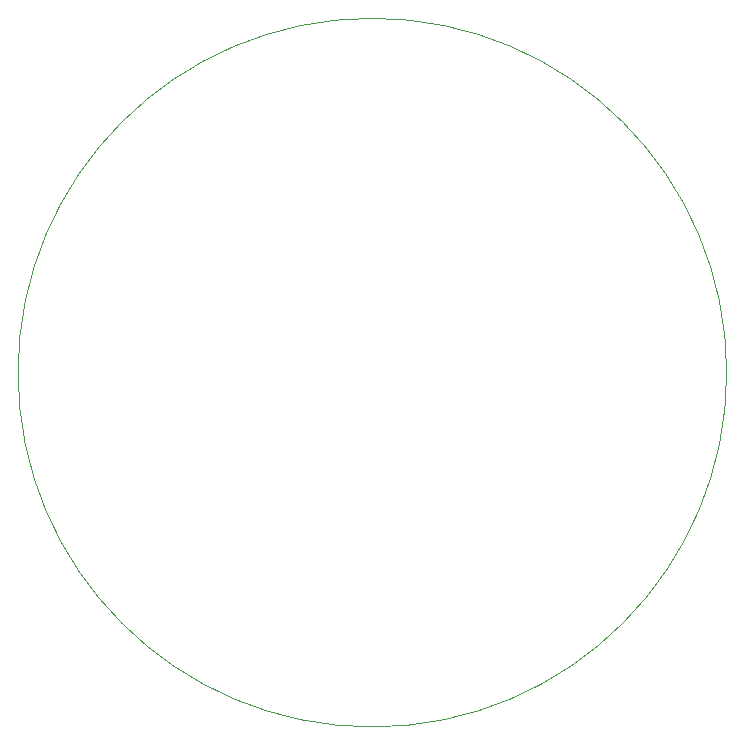
<source format=gbr>
%TF.GenerationSoftware,KiCad,Pcbnew,9.0.4*%
%TF.CreationDate,2025-08-28T14:42:39+05:30*%
%TF.ProjectId,new_1,6e65775f-312e-46b6-9963-61645f706362,rev?*%
%TF.SameCoordinates,Original*%
%TF.FileFunction,Profile,NP*%
%FSLAX46Y46*%
G04 Gerber Fmt 4.6, Leading zero omitted, Abs format (unit mm)*
G04 Created by KiCad (PCBNEW 9.0.4) date 2025-08-28 14:42:39*
%MOMM*%
%LPD*%
G01*
G04 APERTURE LIST*
%TA.AperFunction,Profile*%
%ADD10C,0.050000*%
%TD*%
G04 APERTURE END LIST*
D10*
X189500000Y-90000000D02*
G75*
G02*
X129500000Y-90000000I-30000000J0D01*
G01*
X129500000Y-90000000D02*
G75*
G02*
X189500000Y-90000000I30000000J0D01*
G01*
M02*

</source>
